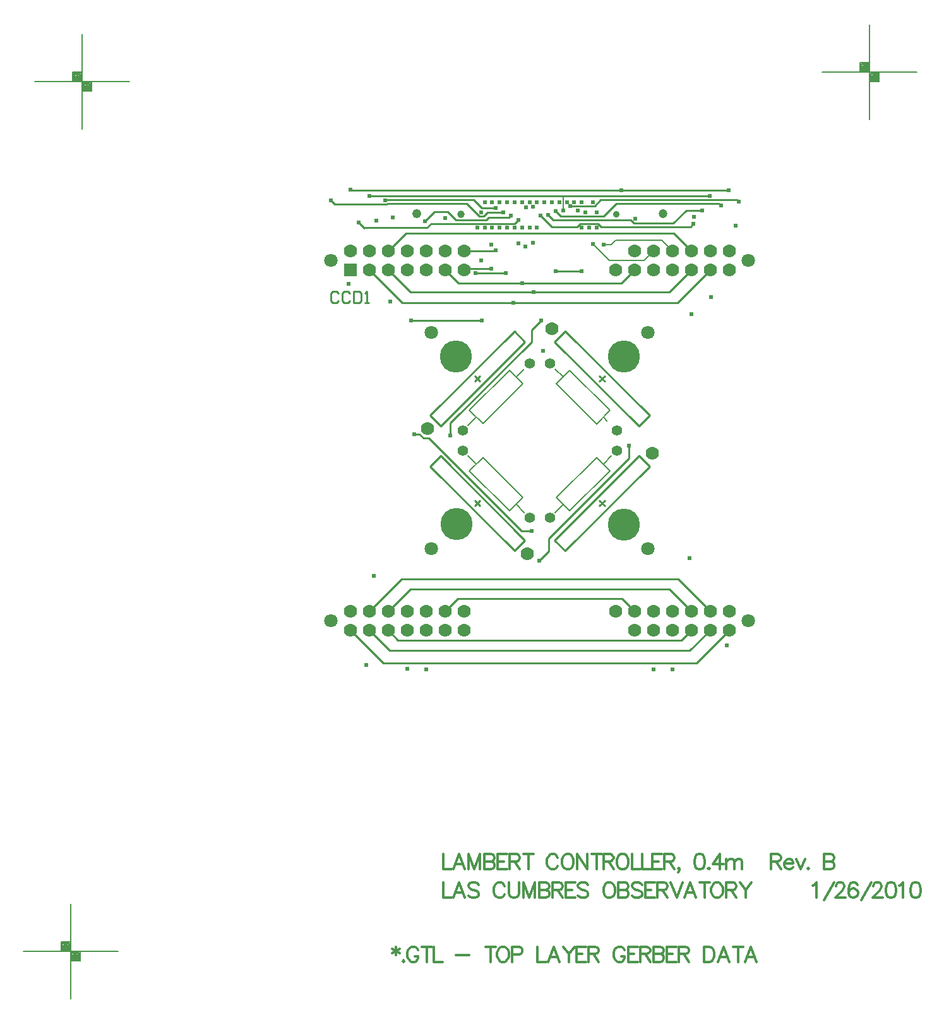
<source format=gtl>
%FSLAX25Y25*%
%MOIN*%
G70*
G01*
G75*
G04 Layer_Physical_Order=1*
G04 Layer_Color=255*
%ADD10C,0.01000*%
%ADD11C,0.00787*%
%ADD12C,0.00984*%
%ADD13C,0.00700*%
%ADD14C,0.01201*%
%ADD15C,0.00800*%
%ADD16C,0.01200*%
%ADD17C,0.01201*%
%ADD18C,0.07000*%
%ADD19R,0.07000X0.07000*%
%ADD20C,0.05512*%
%ADD21C,0.03937*%
%ADD22C,0.03543*%
%ADD23C,0.07087*%
%ADD24C,0.04807*%
%ADD25C,0.04724*%
%ADD26C,0.16929*%
%ADD27C,0.02400*%
D10*
X174416Y115598D02*
X179984Y110030D01*
X129874Y71056D02*
X174416Y115598D01*
X129874Y71056D02*
X135442Y65488D01*
X179984Y110030D01*
X153537Y89151D02*
X156321Y91935D01*
X153537D02*
X156321Y89151D01*
X129874Y175794D02*
X135442Y181362D01*
X129874Y175794D02*
X174416Y131252D01*
X179984Y136820D01*
X135442Y181362D02*
X179984Y136820D01*
X153537Y157699D02*
X156321Y154915D01*
X153537D02*
X156321Y157699D01*
X64110Y136820D02*
X69678Y131252D01*
X114220Y175794D01*
X108653Y181362D02*
X114220Y175794D01*
X64110Y136820D02*
X108653Y181362D01*
X87773Y154915D02*
X90557Y157699D01*
X87773D02*
X90557Y154915D01*
X108652Y65488D02*
X114220Y71056D01*
X69678Y115598D02*
X114220Y71056D01*
X64110Y110030D02*
X69678Y115598D01*
X64110Y110030D02*
X108652Y65488D01*
X87773Y91935D02*
X90557Y89151D01*
X87773D02*
X90557Y91935D01*
X26378Y238779D02*
X29430Y235728D01*
X54247Y187025D02*
X91447D01*
X92447Y241925D02*
X94547Y244025D01*
X90047Y241925D02*
X92447D01*
X94547Y244025D02*
X102847D01*
X29528Y235825D02*
X62447D01*
X64647Y238025D01*
X108747D01*
X110747Y240025D01*
X93767Y240045D02*
X95047Y241325D01*
X77828Y240045D02*
X93767D01*
X95047Y241325D02*
X105847D01*
X106747Y242225D01*
X40547Y250425D02*
X40647Y250525D01*
X79447D01*
X87047D01*
X91425Y246147D02*
X98925D01*
X87047Y250525D02*
X91425Y246147D01*
X122447Y242425D02*
X128447Y236425D01*
X141731D01*
X143331Y238025D01*
X152945D01*
X201747Y236425D02*
X203147Y237825D01*
X152945Y238025D02*
X154545Y236425D01*
X201747D01*
X73581Y244291D02*
X77828Y240045D01*
X61614Y239272D02*
X66585Y244242D01*
X66535Y244291D02*
X66585Y244242D01*
X66535Y244291D02*
X73581D01*
X83449Y248524D02*
X90047Y241925D01*
X41417Y248325D02*
X41616Y248524D01*
X83449D01*
X13747Y248325D02*
X41417D01*
X11847Y250225D02*
X13747Y248325D01*
X15746Y201324D02*
X14746Y202323D01*
X12747D01*
X11747Y201324D01*
Y197325D01*
X12747Y196325D01*
X14746D01*
X15746Y197325D01*
X21744Y201324D02*
X20744Y202323D01*
X18745D01*
X17745Y201324D01*
Y197325D01*
X18745Y196325D01*
X20744D01*
X21744Y197325D01*
X23743Y202323D02*
Y196325D01*
X26742D01*
X27742Y197325D01*
Y201324D01*
X26742Y202323D01*
X23743D01*
X29741Y196325D02*
X31741D01*
X30741D01*
Y202323D01*
X29741Y201324D01*
D11*
X84206Y115499D02*
X88449Y111256D01*
X109662Y90043D02*
X113904Y85800D01*
X84913Y107721D02*
X91984Y114792D01*
X113197Y93578D01*
X106126Y86507D02*
X113197Y93578D01*
X84913Y107721D02*
X106126Y86507D01*
X130190Y161444D02*
X134433Y157201D01*
X155646Y135988D02*
X157589Y134045D01*
X130897Y153666D02*
X137968Y160737D01*
X159181Y139523D01*
X152110Y132452D02*
X159181Y139523D01*
X130897Y153666D02*
X152110Y132452D01*
X130190Y85800D02*
X134433Y90043D01*
X155646Y111256D02*
X159889Y115499D01*
X130897Y93578D02*
X137968Y86507D01*
X130897Y93578D02*
X152110Y114792D01*
X159181Y107721D01*
X137968Y86507D02*
X159181Y107721D01*
X84226Y131765D02*
X88468Y136008D01*
X109681Y157221D02*
X113924Y161463D01*
X84933Y139543D02*
X92004Y132472D01*
X84933Y139543D02*
X106146Y160756D01*
X113217Y153685D01*
X92004Y132472D02*
X113217Y153685D01*
D12*
X130500Y213000D02*
X144000D01*
X126947Y72025D02*
X169147Y114225D01*
X126947Y65325D02*
Y72025D01*
X121847Y60225D02*
X126947Y65325D01*
X211747Y252525D02*
X211947Y252725D01*
X32247Y252525D02*
X211747D01*
X130347Y244625D02*
X133039Y241933D01*
X126447Y242525D02*
X129047Y239925D01*
X170188D01*
X138295Y247333D02*
X150973D01*
X82049Y213622D02*
X82852Y214425D01*
X96347D01*
X104047Y211925D02*
X104147Y212025D01*
X88147Y211925D02*
X104047D01*
X22047Y255825D02*
X22347Y255525D01*
X221947D01*
X98344Y223622D02*
X98747Y224025D01*
X82049Y223622D02*
X98344D01*
X194752Y196325D02*
X212049Y213622D01*
X49346Y196325D02*
X194752D01*
X32049Y213622D02*
X49346Y196325D01*
X190352Y201925D02*
X202049Y213622D01*
X53746Y201925D02*
X190352D01*
X42049Y213622D02*
X53746Y201925D01*
X72049Y213622D02*
X79046Y206625D01*
X165052D01*
X172049Y213622D01*
X192646Y233025D02*
X202049Y223622D01*
X51452Y233025D02*
X192646D01*
X42049Y223622D02*
X51452Y233025D01*
X195046Y50625D02*
X212049Y33622D01*
X49052Y50625D02*
X195046D01*
X32049Y33622D02*
X49052Y50625D01*
X190346Y45325D02*
X202049Y33622D01*
X53752Y45325D02*
X190346D01*
X42049Y33622D02*
X53752Y45325D01*
X72049Y33622D02*
X78652Y40225D01*
X165446D01*
X172049Y33622D01*
X201252Y12825D02*
X212049Y23622D01*
X42846Y12825D02*
X201252D01*
X32049Y23622D02*
X42846Y12825D01*
X204752Y6325D02*
X222049Y23622D01*
X39346Y6325D02*
X204752D01*
X22049Y23622D02*
X39346Y6325D01*
X42049Y23622D02*
X47246Y18425D01*
X196852D01*
X202049Y23622D01*
X63441Y125031D02*
X112447Y76025D01*
X60718Y125031D02*
X63441D01*
X58624Y127125D02*
X60718Y125031D01*
X55947Y127125D02*
X58624D01*
X112447Y76025D02*
X117847D01*
X169147Y114225D02*
Y121125D01*
X74947Y126225D02*
Y132825D01*
X117647Y175525D01*
Y181825D01*
X122747Y186925D01*
X192494Y238163D02*
X199456Y245125D01*
X207647D01*
X171950Y238163D02*
X192494D01*
X170188Y239925D02*
X171950Y238163D01*
X150973Y247333D02*
X154132Y250492D01*
X226280D01*
X227147Y249625D01*
X216550Y248622D02*
X217657Y247516D01*
X133039Y241933D02*
X155713D01*
X162402Y248622D01*
X216550D01*
D13*
X134447Y245125D02*
Y246947D01*
X134358Y247036D02*
X134447Y246947D01*
X134247Y252525D02*
X134358Y252414D01*
Y247036D02*
Y252414D01*
X186446Y229225D02*
X192049Y223622D01*
X162047Y229225D02*
X186446D01*
X159747Y226925D02*
X162047Y229225D01*
X155647Y226925D02*
X159747D01*
X177152Y218725D02*
X182049Y223622D01*
X158647Y218725D02*
X177152D01*
X150047Y227325D02*
X158647Y218725D01*
D14*
X46196Y-143281D02*
Y-147852D01*
X44291Y-144424D02*
X48100Y-146709D01*
Y-144424D02*
X44291Y-146709D01*
X50119Y-150518D02*
X49738Y-150899D01*
X50119Y-151279D01*
X50499Y-150899D01*
X50119Y-150518D01*
X57965Y-145186D02*
X57584Y-144424D01*
X56822Y-143662D01*
X56060Y-143281D01*
X54537D01*
X53775Y-143662D01*
X53013Y-144424D01*
X52632Y-145186D01*
X52251Y-146328D01*
Y-148232D01*
X52632Y-149375D01*
X53013Y-150137D01*
X53775Y-150899D01*
X54537Y-151279D01*
X56060D01*
X56822Y-150899D01*
X57584Y-150137D01*
X57965Y-149375D01*
Y-148232D01*
X56060D02*
X57965D01*
X62459Y-143281D02*
Y-151279D01*
X59793Y-143281D02*
X65125D01*
X66077D02*
Y-151279D01*
X70648D01*
X77808Y-147852D02*
X84664D01*
X95976Y-143281D02*
Y-151279D01*
X93309Y-143281D02*
X98642D01*
X101879D02*
X101117Y-143662D01*
X100356Y-144424D01*
X99975Y-145186D01*
X99594Y-146328D01*
Y-148232D01*
X99975Y-149375D01*
X100356Y-150137D01*
X101117Y-150899D01*
X101879Y-151279D01*
X103402D01*
X104164Y-150899D01*
X104926Y-150137D01*
X105307Y-149375D01*
X105688Y-148232D01*
Y-146328D01*
X105307Y-145186D01*
X104926Y-144424D01*
X104164Y-143662D01*
X103402Y-143281D01*
X101879D01*
X107554Y-147471D02*
X110982D01*
X112124Y-147090D01*
X112505Y-146709D01*
X112886Y-145947D01*
Y-144805D01*
X112505Y-144043D01*
X112124Y-143662D01*
X110982Y-143281D01*
X107554D01*
Y-151279D01*
X120961Y-143281D02*
Y-151279D01*
X125531D01*
X132501D02*
X129454Y-143281D01*
X126407Y-151279D01*
X127550Y-148613D02*
X131358D01*
X134367Y-143281D02*
X137414Y-147090D01*
Y-151279D01*
X140461Y-143281D02*
X137414Y-147090D01*
X146441Y-143281D02*
X141490D01*
Y-151279D01*
X146441D01*
X141490Y-147090D02*
X144536D01*
X147774Y-143281D02*
Y-151279D01*
Y-143281D02*
X151202D01*
X152344Y-143662D01*
X152725Y-144043D01*
X153106Y-144805D01*
Y-145566D01*
X152725Y-146328D01*
X152344Y-146709D01*
X151202Y-147090D01*
X147774D01*
X150440D02*
X153106Y-151279D01*
X166894Y-145186D02*
X166513Y-144424D01*
X165751Y-143662D01*
X164989Y-143281D01*
X163466D01*
X162704Y-143662D01*
X161942Y-144424D01*
X161561Y-145186D01*
X161181Y-146328D01*
Y-148232D01*
X161561Y-149375D01*
X161942Y-150137D01*
X162704Y-150899D01*
X163466Y-151279D01*
X164989D01*
X165751Y-150899D01*
X166513Y-150137D01*
X166894Y-149375D01*
Y-148232D01*
X164989D02*
X166894D01*
X173673Y-143281D02*
X168722D01*
Y-151279D01*
X173673D01*
X168722Y-147090D02*
X171769D01*
X175006Y-143281D02*
Y-151279D01*
Y-143281D02*
X178434D01*
X179577Y-143662D01*
X179957Y-144043D01*
X180338Y-144805D01*
Y-145566D01*
X179957Y-146328D01*
X179577Y-146709D01*
X178434Y-147090D01*
X175006D01*
X177672D02*
X180338Y-151279D01*
X182129Y-143281D02*
Y-151279D01*
Y-143281D02*
X185556D01*
X186699Y-143662D01*
X187080Y-144043D01*
X187461Y-144805D01*
Y-145566D01*
X187080Y-146328D01*
X186699Y-146709D01*
X185556Y-147090D01*
X182129D02*
X185556D01*
X186699Y-147471D01*
X187080Y-147852D01*
X187461Y-148613D01*
Y-149756D01*
X187080Y-150518D01*
X186699Y-150899D01*
X185556Y-151279D01*
X182129D01*
X194202Y-143281D02*
X189251D01*
Y-151279D01*
X194202D01*
X189251Y-147090D02*
X192298D01*
X195535Y-143281D02*
Y-151279D01*
Y-143281D02*
X198963D01*
X200106Y-143662D01*
X200486Y-144043D01*
X200867Y-144805D01*
Y-145566D01*
X200486Y-146328D01*
X200106Y-146709D01*
X198963Y-147090D01*
X195535D01*
X198201D02*
X200867Y-151279D01*
X208942Y-143281D02*
Y-151279D01*
Y-143281D02*
X211608D01*
X212751Y-143662D01*
X213512Y-144424D01*
X213893Y-145186D01*
X214274Y-146328D01*
Y-148232D01*
X213893Y-149375D01*
X213512Y-150137D01*
X212751Y-150899D01*
X211608Y-151279D01*
X208942D01*
X222158D02*
X219111Y-143281D01*
X216064Y-151279D01*
X217207Y-148613D02*
X221015D01*
X226690Y-143281D02*
Y-151279D01*
X224024Y-143281D02*
X229356D01*
X236403Y-151279D02*
X233356Y-143281D01*
X230309Y-151279D01*
X231451Y-148613D02*
X235260D01*
D15*
X293161Y320429D02*
X294161D01*
X293161Y319929D02*
Y320929D01*
Y319929D02*
X294161D01*
Y320929D01*
X293161D02*
X294161D01*
X292661Y319429D02*
Y320929D01*
Y319429D02*
X294661D01*
Y321429D01*
X292661D02*
X294661D01*
X292161Y318929D02*
Y321429D01*
Y318929D02*
X295161D01*
Y321929D01*
X292161D02*
X295161D01*
X291661Y318429D02*
Y322429D01*
Y318429D02*
X295661D01*
Y322429D01*
X291661D02*
X295661D01*
X298161Y315429D02*
X299161D01*
X298161Y314929D02*
Y315929D01*
Y314929D02*
X299161D01*
Y315929D01*
X298161D02*
X299161D01*
X297661Y314429D02*
Y315929D01*
Y314429D02*
X299661D01*
Y316429D01*
X297661D02*
X299661D01*
X297161Y313929D02*
Y316429D01*
Y313929D02*
X300161D01*
Y316929D01*
X297161D02*
X300161D01*
X296661Y313429D02*
Y317429D01*
Y313429D02*
X300661D01*
Y317429D01*
X296661D02*
X300661D01*
X296161Y312929D02*
X301161D01*
Y317929D01*
X291161Y322929D02*
X296161D01*
X291161Y317929D02*
Y322929D01*
X296161Y292929D02*
Y342929D01*
X271161Y317929D02*
X321161D01*
X-122488Y315492D02*
X-121488D01*
X-122488Y314992D02*
Y315992D01*
Y314992D02*
X-121488D01*
Y315992D01*
X-122488D02*
X-121488D01*
X-122988Y314492D02*
Y315992D01*
Y314492D02*
X-120988D01*
Y316492D01*
X-122988D02*
X-120988D01*
X-123488Y313992D02*
Y316492D01*
Y313992D02*
X-120488D01*
Y316992D01*
X-123488D02*
X-120488D01*
X-123988Y313492D02*
Y317492D01*
Y313492D02*
X-119988D01*
Y317492D01*
X-123988D02*
X-119988D01*
X-117488Y310492D02*
X-116488D01*
X-117488Y309992D02*
Y310992D01*
Y309992D02*
X-116488D01*
Y310992D01*
X-117488D02*
X-116488D01*
X-117988Y309492D02*
Y310992D01*
Y309492D02*
X-115988D01*
Y311492D01*
X-117988D02*
X-115988D01*
X-118488Y308992D02*
Y311492D01*
Y308992D02*
X-115488D01*
Y311992D01*
X-118488D02*
X-115488D01*
X-118988Y308492D02*
Y312492D01*
Y308492D02*
X-114988D01*
Y312492D01*
X-118988D02*
X-114988D01*
X-119488Y307992D02*
X-114488D01*
Y312992D01*
X-124488Y317992D02*
X-119488D01*
X-124488Y312992D02*
Y317992D01*
X-119488Y287992D02*
Y337992D01*
X-144488Y312992D02*
X-94488D01*
X-128591Y-143268D02*
X-127591D01*
X-128591Y-143768D02*
Y-142768D01*
Y-143768D02*
X-127591D01*
Y-142768D01*
X-128591D02*
X-127591D01*
X-129091Y-144268D02*
Y-142768D01*
Y-144268D02*
X-127091D01*
Y-142268D01*
X-129091D02*
X-127091D01*
X-129591Y-144768D02*
Y-142268D01*
Y-144768D02*
X-126591D01*
Y-141768D01*
X-129591D02*
X-126591D01*
X-130091Y-145268D02*
Y-141268D01*
Y-145268D02*
X-126091D01*
Y-141268D01*
X-130091D02*
X-126091D01*
X-123591Y-148268D02*
X-122591D01*
X-123591Y-148768D02*
Y-147768D01*
Y-148768D02*
X-122591D01*
Y-147768D01*
X-123591D02*
X-122591D01*
X-124091Y-149268D02*
Y-147768D01*
Y-149268D02*
X-122091D01*
Y-147268D01*
X-124091D02*
X-122091D01*
X-124591Y-149768D02*
Y-147268D01*
Y-149768D02*
X-121591D01*
Y-146768D01*
X-124591D02*
X-121591D01*
X-125091Y-150268D02*
Y-146268D01*
Y-150268D02*
X-121091D01*
Y-146268D01*
X-125091D02*
X-121091D01*
X-125591Y-150768D02*
X-120591D01*
Y-145768D01*
X-130591Y-140768D02*
X-125591D01*
X-130591Y-145768D02*
Y-140768D01*
X-125591Y-170768D02*
Y-120768D01*
X-150591Y-145768D02*
X-100591D01*
D16*
X71020Y-94454D02*
Y-102452D01*
X75590D01*
X82560D02*
X79513Y-94454D01*
X76466Y-102452D01*
X77609Y-99786D02*
X81417D01*
X84426Y-94454D02*
Y-102452D01*
Y-94454D02*
X87473Y-102452D01*
X90520Y-94454D02*
X87473Y-102452D01*
X90520Y-94454D02*
Y-102452D01*
X92805Y-94454D02*
Y-102452D01*
Y-94454D02*
X96233D01*
X97376Y-94835D01*
X97757Y-95215D01*
X98138Y-95977D01*
Y-96739D01*
X97757Y-97501D01*
X97376Y-97882D01*
X96233Y-98262D01*
X92805D02*
X96233D01*
X97376Y-98643D01*
X97757Y-99024D01*
X98138Y-99786D01*
Y-100928D01*
X97757Y-101690D01*
X97376Y-102071D01*
X96233Y-102452D01*
X92805D01*
X104879Y-94454D02*
X99928D01*
Y-102452D01*
X104879D01*
X99928Y-98262D02*
X102975D01*
X106212Y-94454D02*
Y-102452D01*
Y-94454D02*
X109640D01*
X110783Y-94835D01*
X111163Y-95215D01*
X111544Y-95977D01*
Y-96739D01*
X111163Y-97501D01*
X110783Y-97882D01*
X109640Y-98262D01*
X106212D01*
X108878D02*
X111544Y-102452D01*
X116000Y-94454D02*
Y-102452D01*
X113334Y-94454D02*
X118667D01*
X131616Y-96358D02*
X131235Y-95596D01*
X130474Y-94835D01*
X129712Y-94454D01*
X128188D01*
X127427Y-94835D01*
X126665Y-95596D01*
X126284Y-96358D01*
X125903Y-97501D01*
Y-99405D01*
X126284Y-100548D01*
X126665Y-101309D01*
X127427Y-102071D01*
X128188Y-102452D01*
X129712D01*
X130474Y-102071D01*
X131235Y-101309D01*
X131616Y-100548D01*
X136149Y-94454D02*
X135387Y-94835D01*
X134625Y-95596D01*
X134244Y-96358D01*
X133863Y-97501D01*
Y-99405D01*
X134244Y-100548D01*
X134625Y-101309D01*
X135387Y-102071D01*
X136149Y-102452D01*
X137672D01*
X138434Y-102071D01*
X139196Y-101309D01*
X139576Y-100548D01*
X139957Y-99405D01*
Y-97501D01*
X139576Y-96358D01*
X139196Y-95596D01*
X138434Y-94835D01*
X137672Y-94454D01*
X136149D01*
X141824D02*
Y-102452D01*
Y-94454D02*
X147156Y-102452D01*
Y-94454D02*
Y-102452D01*
X152031Y-94454D02*
Y-102452D01*
X149365Y-94454D02*
X154697D01*
X155649D02*
Y-102452D01*
Y-94454D02*
X159077D01*
X160220Y-94835D01*
X160600Y-95215D01*
X160981Y-95977D01*
Y-96739D01*
X160600Y-97501D01*
X160220Y-97882D01*
X159077Y-98262D01*
X155649D01*
X158315D02*
X160981Y-102452D01*
X165057Y-94454D02*
X164295Y-94835D01*
X163533Y-95596D01*
X163152Y-96358D01*
X162771Y-97501D01*
Y-99405D01*
X163152Y-100548D01*
X163533Y-101309D01*
X164295Y-102071D01*
X165057Y-102452D01*
X166580D01*
X167342Y-102071D01*
X168104Y-101309D01*
X168484Y-100548D01*
X168865Y-99405D01*
Y-97501D01*
X168484Y-96358D01*
X168104Y-95596D01*
X167342Y-94835D01*
X166580Y-94454D01*
X165057D01*
X170732D02*
Y-102452D01*
X175302D01*
X176178Y-94454D02*
Y-102452D01*
X180748D01*
X186576Y-94454D02*
X181624D01*
Y-102452D01*
X186576D01*
X181624Y-98262D02*
X184671D01*
X187909Y-94454D02*
Y-102452D01*
Y-94454D02*
X191337D01*
X192479Y-94835D01*
X192860Y-95215D01*
X193241Y-95977D01*
Y-96739D01*
X192860Y-97501D01*
X192479Y-97882D01*
X191337Y-98262D01*
X187909D01*
X190575D02*
X193241Y-102452D01*
X195793Y-102071D02*
X195412Y-102452D01*
X195031Y-102071D01*
X195412Y-101690D01*
X195793Y-102071D01*
Y-102833D01*
X195412Y-103595D01*
X195031Y-103975D01*
X206115Y-94454D02*
X204972Y-94835D01*
X204210Y-95977D01*
X203829Y-97882D01*
Y-99024D01*
X204210Y-100928D01*
X204972Y-102071D01*
X206115Y-102452D01*
X206876D01*
X208019Y-102071D01*
X208781Y-100928D01*
X209161Y-99024D01*
Y-97882D01*
X208781Y-95977D01*
X208019Y-94835D01*
X206876Y-94454D01*
X206115D01*
X211333Y-101690D02*
X210952Y-102071D01*
X211333Y-102452D01*
X211713Y-102071D01*
X211333Y-101690D01*
X217274Y-94454D02*
X213465Y-99786D01*
X219178D01*
X217274Y-94454D02*
Y-102452D01*
X220588Y-97120D02*
Y-102452D01*
Y-98643D02*
X221730Y-97501D01*
X222492Y-97120D01*
X223635D01*
X224396Y-97501D01*
X224777Y-98643D01*
Y-102452D01*
Y-98643D02*
X225920Y-97501D01*
X226682Y-97120D01*
X227824D01*
X228586Y-97501D01*
X228967Y-98643D01*
Y-102452D01*
X244049Y-94454D02*
Y-102452D01*
Y-94454D02*
X247477D01*
X248620Y-94835D01*
X249001Y-95215D01*
X249381Y-95977D01*
Y-96739D01*
X249001Y-97501D01*
X248620Y-97882D01*
X247477Y-98262D01*
X244049D01*
X246715D02*
X249381Y-102452D01*
X251171Y-99405D02*
X255742D01*
Y-98643D01*
X255361Y-97882D01*
X254980Y-97501D01*
X254219Y-97120D01*
X253076D01*
X252314Y-97501D01*
X251552Y-98262D01*
X251171Y-99405D01*
Y-100167D01*
X251552Y-101309D01*
X252314Y-102071D01*
X253076Y-102452D01*
X254219D01*
X254980Y-102071D01*
X255742Y-101309D01*
X257456Y-97120D02*
X259741Y-102452D01*
X262026Y-97120D02*
X259741Y-102452D01*
X263702Y-101690D02*
X263321Y-102071D01*
X263702Y-102452D01*
X264083Y-102071D01*
X263702Y-101690D01*
X272119Y-94454D02*
Y-102452D01*
Y-94454D02*
X275547D01*
X276690Y-94835D01*
X277071Y-95215D01*
X277452Y-95977D01*
Y-96739D01*
X277071Y-97501D01*
X276690Y-97882D01*
X275547Y-98262D01*
X272119D02*
X275547D01*
X276690Y-98643D01*
X277071Y-99024D01*
X277452Y-99786D01*
Y-100928D01*
X277071Y-101690D01*
X276690Y-102071D01*
X275547Y-102452D01*
X272119D01*
D17*
X71020Y-109455D02*
Y-117454D01*
X75590D01*
X82560D02*
X79513Y-109455D01*
X76466Y-117454D01*
X77609Y-114787D02*
X81417D01*
X89758Y-110598D02*
X88997Y-109836D01*
X87854Y-109455D01*
X86331D01*
X85188Y-109836D01*
X84426Y-110598D01*
Y-111360D01*
X84807Y-112121D01*
X85188Y-112502D01*
X85950Y-112883D01*
X88235Y-113645D01*
X88997Y-114026D01*
X89378Y-114407D01*
X89758Y-115168D01*
Y-116311D01*
X88997Y-117073D01*
X87854Y-117454D01*
X86331D01*
X85188Y-117073D01*
X84426Y-116311D01*
X103546Y-111360D02*
X103165Y-110598D01*
X102403Y-109836D01*
X101642Y-109455D01*
X100118D01*
X99356Y-109836D01*
X98595Y-110598D01*
X98214Y-111360D01*
X97833Y-112502D01*
Y-114407D01*
X98214Y-115549D01*
X98595Y-116311D01*
X99356Y-117073D01*
X100118Y-117454D01*
X101642D01*
X102403Y-117073D01*
X103165Y-116311D01*
X103546Y-115549D01*
X105793Y-109455D02*
Y-115168D01*
X106174Y-116311D01*
X106936Y-117073D01*
X108078Y-117454D01*
X108840D01*
X109983Y-117073D01*
X110745Y-116311D01*
X111125Y-115168D01*
Y-109455D01*
X113334D02*
Y-117454D01*
Y-109455D02*
X116381Y-117454D01*
X119428Y-109455D02*
X116381Y-117454D01*
X119428Y-109455D02*
Y-117454D01*
X121714Y-109455D02*
Y-117454D01*
Y-109455D02*
X125141D01*
X126284Y-109836D01*
X126665Y-110217D01*
X127046Y-110979D01*
Y-111741D01*
X126665Y-112502D01*
X126284Y-112883D01*
X125141Y-113264D01*
X121714D02*
X125141D01*
X126284Y-113645D01*
X126665Y-114026D01*
X127046Y-114787D01*
Y-115930D01*
X126665Y-116692D01*
X126284Y-117073D01*
X125141Y-117454D01*
X121714D01*
X128836Y-109455D02*
Y-117454D01*
Y-109455D02*
X132264D01*
X133406Y-109836D01*
X133787Y-110217D01*
X134168Y-110979D01*
Y-111741D01*
X133787Y-112502D01*
X133406Y-112883D01*
X132264Y-113264D01*
X128836D01*
X131502D02*
X134168Y-117454D01*
X140909Y-109455D02*
X135958D01*
Y-117454D01*
X140909D01*
X135958Y-113264D02*
X139005D01*
X147575Y-110598D02*
X146813Y-109836D01*
X145670Y-109455D01*
X144147D01*
X143004Y-109836D01*
X142243Y-110598D01*
Y-111360D01*
X142623Y-112121D01*
X143004Y-112502D01*
X143766Y-112883D01*
X146051Y-113645D01*
X146813Y-114026D01*
X147194Y-114407D01*
X147575Y-115168D01*
Y-116311D01*
X146813Y-117073D01*
X145670Y-117454D01*
X144147D01*
X143004Y-117073D01*
X142243Y-116311D01*
X157934Y-109455D02*
X157173Y-109836D01*
X156411Y-110598D01*
X156030Y-111360D01*
X155649Y-112502D01*
Y-114407D01*
X156030Y-115549D01*
X156411Y-116311D01*
X157173Y-117073D01*
X157934Y-117454D01*
X159458D01*
X160220Y-117073D01*
X160981Y-116311D01*
X161362Y-115549D01*
X161743Y-114407D01*
Y-112502D01*
X161362Y-111360D01*
X160981Y-110598D01*
X160220Y-109836D01*
X159458Y-109455D01*
X157934D01*
X163609D02*
Y-117454D01*
Y-109455D02*
X167037D01*
X168180Y-109836D01*
X168561Y-110217D01*
X168941Y-110979D01*
Y-111741D01*
X168561Y-112502D01*
X168180Y-112883D01*
X167037Y-113264D01*
X163609D02*
X167037D01*
X168180Y-113645D01*
X168561Y-114026D01*
X168941Y-114787D01*
Y-115930D01*
X168561Y-116692D01*
X168180Y-117073D01*
X167037Y-117454D01*
X163609D01*
X176064Y-110598D02*
X175302Y-109836D01*
X174160Y-109455D01*
X172636D01*
X171493Y-109836D01*
X170732Y-110598D01*
Y-111360D01*
X171113Y-112121D01*
X171493Y-112502D01*
X172255Y-112883D01*
X174540Y-113645D01*
X175302Y-114026D01*
X175683Y-114407D01*
X176064Y-115168D01*
Y-116311D01*
X175302Y-117073D01*
X174160Y-117454D01*
X172636D01*
X171493Y-117073D01*
X170732Y-116311D01*
X182805Y-109455D02*
X177854D01*
Y-117454D01*
X182805D01*
X177854Y-113264D02*
X180901D01*
X184138Y-109455D02*
Y-117454D01*
Y-109455D02*
X187566D01*
X188709Y-109836D01*
X189090Y-110217D01*
X189471Y-110979D01*
Y-111741D01*
X189090Y-112502D01*
X188709Y-112883D01*
X187566Y-113264D01*
X184138D01*
X186804D02*
X189471Y-117454D01*
X191261Y-109455D02*
X194307Y-117454D01*
X197354Y-109455D02*
X194307Y-117454D01*
X204477D02*
X201430Y-109455D01*
X198383Y-117454D01*
X199525Y-114787D02*
X203334D01*
X209009Y-109455D02*
Y-117454D01*
X206343Y-109455D02*
X211675D01*
X214913D02*
X214151Y-109836D01*
X213389Y-110598D01*
X213008Y-111360D01*
X212627Y-112502D01*
Y-114407D01*
X213008Y-115549D01*
X213389Y-116311D01*
X214151Y-117073D01*
X214913Y-117454D01*
X216436D01*
X217198Y-117073D01*
X217960Y-116311D01*
X218340Y-115549D01*
X218721Y-114407D01*
Y-112502D01*
X218340Y-111360D01*
X217960Y-110598D01*
X217198Y-109836D01*
X216436Y-109455D01*
X214913D01*
X220588D02*
Y-117454D01*
Y-109455D02*
X224015D01*
X225158Y-109836D01*
X225539Y-110217D01*
X225920Y-110979D01*
Y-111741D01*
X225539Y-112502D01*
X225158Y-112883D01*
X224015Y-113264D01*
X220588D01*
X223254D02*
X225920Y-117454D01*
X227710Y-109455D02*
X230757Y-113264D01*
Y-117454D01*
X233804Y-109455D02*
X230757Y-113264D01*
X266254Y-110979D02*
X267016Y-110598D01*
X268158Y-109455D01*
Y-117454D01*
X272119Y-118596D02*
X277452Y-109455D01*
X278366Y-111360D02*
Y-110979D01*
X278747Y-110217D01*
X279127Y-109836D01*
X279889Y-109455D01*
X281413D01*
X282174Y-109836D01*
X282555Y-110217D01*
X282936Y-110979D01*
Y-111741D01*
X282555Y-112502D01*
X281794Y-113645D01*
X277985Y-117454D01*
X283317D01*
X289678Y-110598D02*
X289297Y-109836D01*
X288154Y-109455D01*
X287392D01*
X286250Y-109836D01*
X285488Y-110979D01*
X285107Y-112883D01*
Y-114787D01*
X285488Y-116311D01*
X286250Y-117073D01*
X287392Y-117454D01*
X287773D01*
X288916Y-117073D01*
X289678Y-116311D01*
X290058Y-115168D01*
Y-114787D01*
X289678Y-113645D01*
X288916Y-112883D01*
X287773Y-112502D01*
X287392D01*
X286250Y-112883D01*
X285488Y-113645D01*
X285107Y-114787D01*
X291810Y-118596D02*
X297143Y-109455D01*
X298057Y-111360D02*
Y-110979D01*
X298438Y-110217D01*
X298818Y-109836D01*
X299580Y-109455D01*
X301104D01*
X301865Y-109836D01*
X302246Y-110217D01*
X302627Y-110979D01*
Y-111741D01*
X302246Y-112502D01*
X301485Y-113645D01*
X297676Y-117454D01*
X303008D01*
X307083Y-109455D02*
X305941Y-109836D01*
X305179Y-110979D01*
X304798Y-112883D01*
Y-114026D01*
X305179Y-115930D01*
X305941Y-117073D01*
X307083Y-117454D01*
X307845D01*
X308988Y-117073D01*
X309750Y-115930D01*
X310130Y-114026D01*
Y-112883D01*
X309750Y-110979D01*
X308988Y-109836D01*
X307845Y-109455D01*
X307083D01*
X311920Y-110979D02*
X312682Y-110598D01*
X313825Y-109455D01*
Y-117454D01*
X320071Y-109455D02*
X318928Y-109836D01*
X318167Y-110979D01*
X317786Y-112883D01*
Y-114026D01*
X318167Y-115930D01*
X318928Y-117073D01*
X320071Y-117454D01*
X320833D01*
X321975Y-117073D01*
X322737Y-115930D01*
X323118Y-114026D01*
Y-112883D01*
X322737Y-110979D01*
X321975Y-109836D01*
X320833Y-109455D01*
X320071D01*
D18*
X181376Y116990D02*
D03*
X222049Y23622D02*
D03*
X212049D02*
D03*
X202049D02*
D03*
X192049D02*
D03*
X182049D02*
D03*
X172049D02*
D03*
X82049D02*
D03*
X72049D02*
D03*
X62049D02*
D03*
X52049D02*
D03*
X42049D02*
D03*
X32049D02*
D03*
X22049D02*
D03*
X222049Y33622D02*
D03*
X212049D02*
D03*
X202049D02*
D03*
X192049D02*
D03*
X182049D02*
D03*
X172049D02*
D03*
X162049D02*
D03*
X82049D02*
D03*
X72049D02*
D03*
X62049D02*
D03*
X52049D02*
D03*
X42049D02*
D03*
X32049D02*
D03*
X22049D02*
D03*
X222049Y223622D02*
D03*
X212049D02*
D03*
X202049D02*
D03*
X192049D02*
D03*
X182049D02*
D03*
X172049D02*
D03*
X82049D02*
D03*
X72049D02*
D03*
X62049D02*
D03*
X52049D02*
D03*
X42049D02*
D03*
X32049D02*
D03*
X22049D02*
D03*
X222049Y213622D02*
D03*
X212049D02*
D03*
X202049D02*
D03*
X192049D02*
D03*
X182049D02*
D03*
X172049D02*
D03*
X162049D02*
D03*
X82049D02*
D03*
X72049D02*
D03*
X62049D02*
D03*
X52049D02*
D03*
X42049D02*
D03*
X32049D02*
D03*
X128482Y182754D02*
D03*
X62718Y129860D02*
D03*
X115612Y64096D02*
D03*
D19*
X22049Y213622D02*
D03*
D20*
X116733Y82972D02*
D03*
X81377Y118327D02*
D03*
X162717Y128917D02*
D03*
X127362Y164272D02*
D03*
X162717Y118327D02*
D03*
X127362Y82972D02*
D03*
X116753Y164292D02*
D03*
X81397Y128937D02*
D03*
D21*
X80618Y242913D02*
D03*
D22*
X162508D02*
D03*
D23*
X64961Y66535D02*
D03*
X179134D02*
D03*
X64961Y180709D02*
D03*
X179134D02*
D03*
X232283Y218622D02*
D03*
X11811D02*
D03*
Y28622D02*
D03*
X232283D02*
D03*
D24*
X57087Y243307D02*
D03*
D25*
X187008D02*
D03*
D26*
X166339Y167913D02*
D03*
X77756D02*
D03*
X166339Y79331D02*
D03*
X78240Y79527D02*
D03*
D27*
X118610Y247110D02*
D03*
X123900Y171000D02*
D03*
X114700Y246500D02*
D03*
X144000Y213000D02*
D03*
X130500D02*
D03*
X35925Y239469D02*
D03*
X21161Y206201D02*
D03*
X62047Y2953D02*
D03*
X52047Y3150D02*
D03*
X192047Y2854D02*
D03*
X182047Y2953D02*
D03*
X220965Y15748D02*
D03*
X212500Y199213D02*
D03*
X225590Y237008D02*
D03*
X30413Y5413D02*
D03*
X34350Y52362D02*
D03*
X43247Y196925D02*
D03*
X202264Y190256D02*
D03*
X201247Y61625D02*
D03*
X138295Y247273D02*
D03*
X134447Y245125D02*
D03*
X165247Y255525D02*
D03*
X142147Y244925D02*
D03*
X91247Y218625D02*
D03*
X91447Y187025D02*
D03*
X54247D02*
D03*
X26378Y238779D02*
D03*
X11847Y250225D02*
D03*
X40547Y250425D02*
D03*
X110747Y240025D02*
D03*
X106747Y242225D02*
D03*
X102847Y244025D02*
D03*
X98925Y246147D02*
D03*
X155647Y226925D02*
D03*
X150047Y227325D02*
D03*
X122447Y242425D02*
D03*
X126447Y242525D02*
D03*
X130347Y244625D02*
D03*
X203147Y237825D02*
D03*
X207647Y245125D02*
D03*
X217657Y247516D02*
D03*
X227147Y249625D02*
D03*
X96347Y214425D02*
D03*
Y226925D02*
D03*
X104147Y212025D02*
D03*
X88147Y211925D02*
D03*
X108247Y196325D02*
D03*
X110747Y227625D02*
D03*
X112847Y206625D02*
D03*
X114547Y226125D02*
D03*
X118647Y201925D02*
D03*
X118547Y227825D02*
D03*
X32247Y252525D02*
D03*
X22047Y255825D02*
D03*
X211947Y252725D02*
D03*
X221947Y255525D02*
D03*
X98747Y224025D02*
D03*
X112705Y249425D02*
D03*
X91047Y244025D02*
D03*
X93020Y249425D02*
D03*
X96957D02*
D03*
X100894D02*
D03*
X104831D02*
D03*
X108768D02*
D03*
X116642D02*
D03*
X120579D02*
D03*
X124516D02*
D03*
X128453D02*
D03*
X132390D02*
D03*
X136327D02*
D03*
X140264D02*
D03*
X144201D02*
D03*
X146147Y244025D02*
D03*
X152147D02*
D03*
X150106Y249425D02*
D03*
X89083Y235925D02*
D03*
X93020D02*
D03*
X96957D02*
D03*
X100894D02*
D03*
X104831D02*
D03*
X108768D02*
D03*
X112705D02*
D03*
X116642D02*
D03*
X120579D02*
D03*
X144201D02*
D03*
X148138D02*
D03*
X152075D02*
D03*
X44347Y241225D02*
D03*
X72047Y241125D02*
D03*
X172347Y240725D02*
D03*
X169147Y121125D02*
D03*
X121847Y60225D02*
D03*
X117847Y76025D02*
D03*
X55947Y127125D02*
D03*
X74947Y126225D02*
D03*
X122747Y186925D02*
D03*
X203346Y241732D02*
D03*
X61614Y239272D02*
D03*
M02*

</source>
